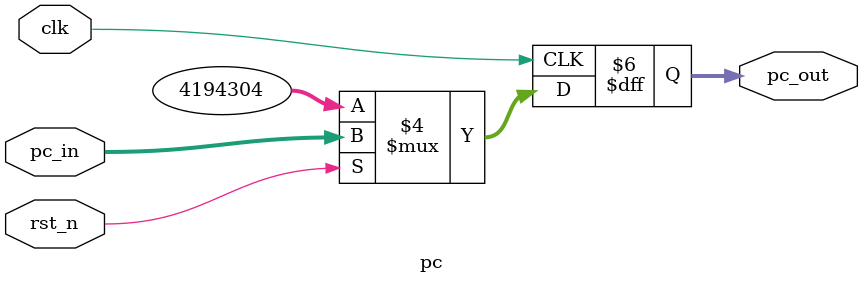
<source format=v>
`timescale 1ns/1ps
module pc (
           input clk, rst_n,
           input [31:0] pc_in,
           output reg [31:0] pc_out
           );
always @(negedge clk) 
begin
  if (~rst_n)
    pc_out <= 32'h00400000;//gia tri khoi tao vi tri PC
  else
    pc_out <= pc_in;
end
endmodule
</source>
